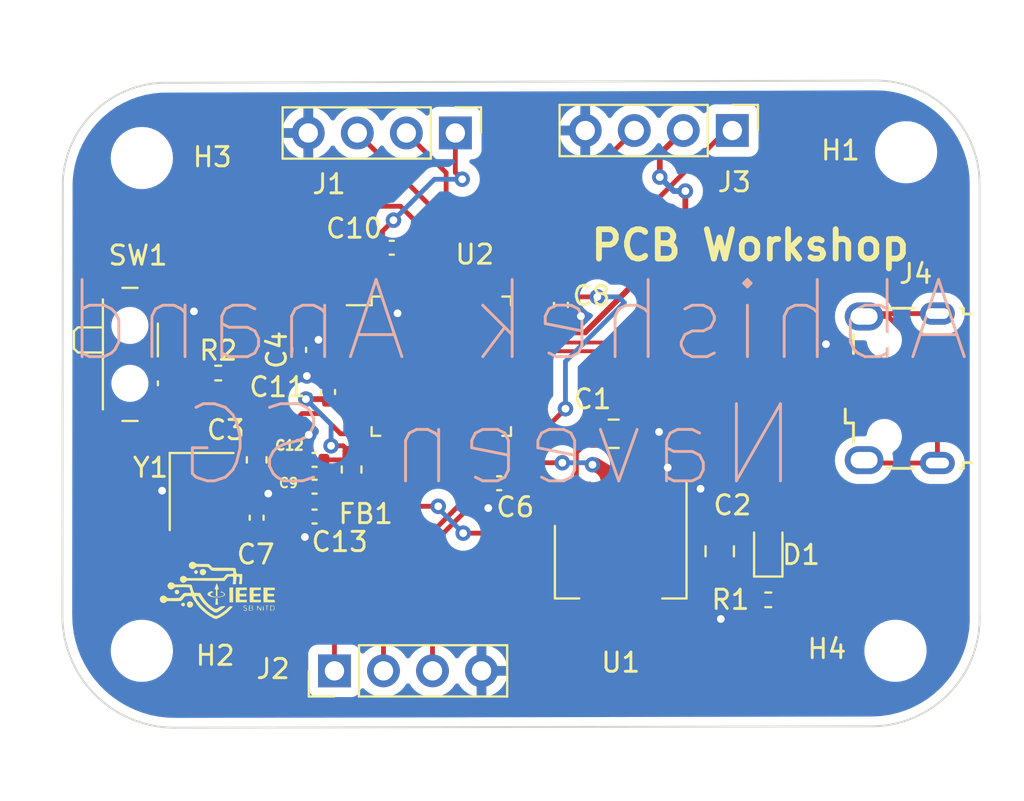
<source format=kicad_pcb>
(kicad_pcb (version 20211014) (generator pcbnew)
  (layers (0 "F.Cu" signal) (31 "B.Cu" power) (34 "B.Paste" user) (35 "F.Paste" user) (36 "B.SilkS" user "B.Silkscreen") (37 "F.SilkS" user "F.Silkscreen") (38 "B.Mask" user) (39 "F.Mask" user) (44 "Edge.Cuts" user))
  (net 0 "")
  (net 1 "VBUS")
  (net 2 "GND")
  (net 3 "+3V3")
  (net 4 "/HSE_IN")
  (net 5 "/NRST")
  (net 6 "/HSE_OUT")
  (net 7 "+3.3VA")
  (net 8 "/pwr_led")
  (net 9 "/USART1_tx")
  (net 10 "/USART1_rx")
  (net 11 "/I2C2_SCL")
  (net 12 "/I2C2_SDA")
  (net 13 "/SWDIO")
  (net 14 "/SWDCLK")
  (net 15 "/USB_D-")
  (net 16 "/USB_D+")
  (net 18 "unconnected-(J4-Pad6)")
  (net 19 "/SW_BOOT")
  (net 20 "/BOOT")
  (footprint "Resistor_SMD:R_0402_1005Metric" (layer "F.Cu") (at 188.01 66.5)
    (fp_text reference "R2" (at 0 -1.17) (layer "F.SilkS"))
    (fp_text value "10k")
    (pad "1" smd roundrect (at -0.51 0) (size 0.54 0.64) (layers "F.Cu" "F.Paste" "F.Mask") (net 19 "/SW_BOOT"))
    (pad "2" smd roundrect (at 0.51 0) (size 0.54 0.64) (layers "F.Cu" "F.Paste" "F.Mask") (net 20 "/BOOT"))
  )
  (footprint "MountingHole:MountingHole_2.2mm_M2" (layer "F.Cu") (at 223.1 80.9)
    (fp_text reference "H4" (at -3.55 -0.1) (layer "F.SilkS"))
    (fp_text value "MountingHole")
    (pad "" np_thru_hole circle (at 0 0) (size 2.2 2.2) (drill 2.2) (layers *.Cu *.Mask))
  )
  (footprint "Button_Switch_SMD:SW_SPDT_PCM12" (layer "F.Cu") (at 183.7614 65.532 -90)
    (fp_text reference "SW1" (at -5.132 -0.0886 180) (layer "F.SilkS"))
    (fp_text value "SW_SPDT")
    (pad "" smd rect (at -3.65 1.43 270) (size 1 0.8) (layers "F.Cu" "F.Paste" "F.Mask"))
    (pad "" smd rect (at 3.65 -0.78 270) (size 1 0.8) (layers "F.Cu" "F.Paste" "F.Mask"))
    (pad "" np_thru_hole circle (at 1.5 0.33 270) (size 0.9 0.9) (drill 0.9) (layers *.Cu *.Mask))
    (pad "" smd rect (at -3.65 -0.78 270) (size 1 0.8) (layers "F.Cu" "F.Paste" "F.Mask"))
    (pad "" smd rect (at 3.65 1.43 270) (size 1 0.8) (layers "F.Cu" "F.Paste" "F.Mask"))
    (pad "" np_thru_hole circle (at -1.5 0.33 270) (size 0.9 0.9) (drill 0.9) (layers *.Cu *.Mask))
    (pad "1" smd rect (at -2.25 -1.43 270) (size 0.7 1.5) (layers "F.Cu" "F.Paste" "F.Mask") (net 2 "GND"))
    (pad "2" smd rect (at 0.75 -1.43 270) (size 0.7 1.5) (layers "F.Cu" "F.Paste" "F.Mask") (net 19 "/SW_BOOT"))
    (pad "3" smd rect (at 2.25 -1.43 270) (size 0.7 1.5) (layers "F.Cu" "F.Paste" "F.Mask") (net 3 "+3V3"))
  )
  (footprint "Capacitor_SMD:C_0603_1608Metric" (layer "F.Cu") (at 190 71 -90)
    (fp_text reference "C3" (at -1.55 1.6 180) (layer "F.SilkS"))
    (fp_text value "10p")
    (pad "1" smd roundrect (at -0.775 0 270) (size 0.9 0.95) (layers "F.Cu" "F.Paste" "F.Mask") (net 4 "/HSE_IN"))
    (pad "2" smd roundrect (at 0.775 0 270) (size 0.9 0.95) (layers "F.Cu" "F.Paste" "F.Mask") (net 2 "GND"))
  )
  (footprint "Capacitor_SMD:C_0402_1005Metric" (layer "F.Cu") (at 193 73.9394 180)
    (fp_text reference "C13" (at -1.3 -1.3106) (layer "F.SilkS"))
    (fp_text value "1u")
    (pad "1" smd roundrect (at -0.48 0 180) (size 0.56 0.62) (layers "F.Cu" "F.Paste" "F.Mask") (net 3 "+3V3"))
    (pad "2" smd roundrect (at 0.48 0 180) (size 0.56 0.62) (layers "F.Cu" "F.Paste" "F.Mask") (net 2 "GND"))
  )
  (footprint "Capacitor_SMD:C_0805_2012Metric" (layer "F.Cu") (at 208.4984 69.6468)
    (fp_text reference "C1" (at -1.0984 -1.7968) (layer "F.SilkS"))
    (fp_text value "22u")
    (pad "1" smd roundrect (at -0.95 0) (size 1 1.45) (layers "F.Cu" "F.Paste" "F.Mask") (net 1 "VBUS"))
    (pad "2" smd roundrect (at 0.95 0) (size 1 1.45) (layers "F.Cu" "F.Paste" "F.Mask") (net 2 "GND"))
  )
  (footprint "Crystal:Crystal_SMD_3225-4Pin_3.2x2.5mm" (layer "F.Cu") (at 187.1472 72.644 -90)
    (fp_text reference "Y1" (at -1.244 2.6472 180) (layer "F.SilkS"))
    (fp_text value "16MHz")
    (pad "1" smd rect (at -1.1 0.85 270) (size 1.4 1.2) (layers "F.Cu" "F.Paste" "F.Mask") (net 4 "/HSE_IN"))
    (pad "2" smd rect (at 1.1 0.85 270) (size 1.4 1.2) (layers "F.Cu" "F.Paste" "F.Mask") (net 2 "GND"))
    (pad "3" smd rect (at 1.1 -0.85 270) (size 1.4 1.2) (layers "F.Cu" "F.Paste" "F.Mask") (net 6 "/HSE_OUT"))
    (pad "4" smd rect (at -1.1 -0.85 270) (size 1.4 1.2) (layers "F.Cu" "F.Paste" "F.Mask") (net 2 "GND"))
  )
  (footprint "Capacitor_SMD:C_0402_1005Metric" (layer "F.Cu") (at 205.7654 62.9666 -90)
    (fp_text reference "C8" (at -0.4666 -1.5846 180) (layer "F.SilkS"))
    (fp_text value "100n")
    (pad "1" smd roundrect (at -0.48 0 270) (size 0.56 0.62) (layers "F.Cu" "F.Paste" "F.Mask") (net 3 "+3V3"))
    (pad "2" smd roundrect (at 0.48 0 270) (size 0.56 0.62) (layers "F.Cu" "F.Paste" "F.Mask") (net 2 "GND"))
  )
  (footprint "Capacitor_SMD:C_0402_1005Metric" (layer "F.Cu") (at 193 72.39 180)
    (fp_text reference "C9" (at 1.35 0.19) (layer "F.SilkS") (effects (font (size 0.5 0.5) (thickness 0.1))))
    (fp_text value "100n")
    (pad "1" smd roundrect (at -0.48 0 180) (size 0.56 0.62) (layers "F.Cu" "F.Paste" "F.Mask") (net 3 "+3V3"))
    (pad "2" smd roundrect (at 0.48 0 180) (size 0.56 0.62) (layers "F.Cu" "F.Paste" "F.Mask") (net 2 "GND"))
  )
  (footprint "Capacitor_SMD:C_0402_1005Metric" (layer "F.Cu") (at 197 60)
    (fp_text reference "C10" (at -1.95 -1 180) (layer "F.SilkS"))
    (fp_text value "100n")
    (pad "1" smd roundrect (at -0.48 0) (size 0.56 0.62) (layers "F.Cu" "F.Paste" "F.Mask") (net 3 "+3V3"))
    (pad "2" smd roundrect (at 0.48 0) (size 0.56 0.62) (layers "F.Cu" "F.Paste" "F.Mask") (net 2 "GND"))
  )
  (footprint "Capacitor_SMD:C_0402_1005Metric" (layer "F.Cu") (at 193 71 180)
    (fp_text reference "C12" (at 1.3 0.75) (layer "F.SilkS") (effects (font (size 0.5 0.5) (thickness 0.125))))
    (fp_text value "1u")
    (pad "1" smd roundrect (at -0.48 0 180) (size 0.56 0.62) (layers "F.Cu" "F.Paste" "F.Mask") (net 7 "+3.3VA"))
    (pad "2" smd roundrect (at 0.48 0 180) (size 0.56 0.62) (layers "F.Cu" "F.Paste" "F.Mask") (net 2 "GND"))
  )
  (footprint "Capacitor_SMD:C_0805_2012Metric" (layer "F.Cu") (at 213.995 75.7428 -90)
    (fp_text reference "C2" (at -2.3928 -0.655 180) (layer "F.SilkS"))
    (fp_text value "22u")
    (pad "1" smd roundrect (at -0.95 0 270) (size 1 1.45) (layers "F.Cu" "F.Paste" "F.Mask") (net 3 "+3V3"))
    (pad "2" smd roundrect (at 0.95 0 270) (size 1 1.45) (layers "F.Cu" "F.Paste" "F.Mask") (net 2 "GND"))
  )
  (footprint "Connector_PinHeader_2.54mm:PinHeader_1x04_P2.54mm_Vertical" (layer "F.Cu") (at 214.6454 53.9242 -90)
    (fp_text reference "J3" (at 2.6758 -0.1046 180) (layer "F.SilkS"))
    (fp_text value "Conn_01x04_Male")
    (pad "1" thru_hole rect (at 0 0 270) (size 1.7 1.7) (drill 1) (layers *.Cu *.Mask) (net 3 "+3V3"))
    (pad "2" thru_hole oval (at 0 2.54 270) (size 1.7 1.7) (drill 1) (layers *.Cu *.Mask) (net 13 "/SWDIO"))
    (pad "3" thru_hole oval (at 0 5.08 270) (size 1.7 1.7) (drill 1) (layers *.Cu *.Mask) (net 14 "/SWDCLK"))
    (pad "4" thru_hole oval (at 0 7.62 270) (size 1.7 1.7) (drill 1) (layers *.Cu *.Mask) (net 2 "GND"))
  )
  (footprint "Capacitor_SMD:C_0402_1005Metric" (layer "F.Cu") (at 193.7 67.48 90)
    (fp_text reference "C11" (at 0.2576 -2.625 180) (layer "F.SilkS"))
    (fp_text value "10n")
    (pad "1" smd roundrect (at -0.48 0 90) (size 0.56 0.62) (layers "F.Cu" "F.Paste" "F.Mask") (net 7 "+3.3VA"))
    (pad "2" smd roundrect (at 0.48 0 90) (size 0.56 0.62) (layers "F.Cu" "F.Paste" "F.Mask") (net 2 "GND"))
  )
  (footprint "Capacitor_SMD:C_0402_1005Metric" (layer "F.Cu") (at 190 74 90)
    (fp_text reference "C7" (at -1.9 -0.05 180) (layer "F.SilkS"))
    (fp_text value "10p")
    (pad "1" smd roundrect (at -0.48 0 90) (size 0.56 0.62) (layers "F.Cu" "F.Paste" "F.Mask") (net 6 "/HSE_OUT"))
    (pad "2" smd roundrect (at 0.48 0 90) (size 0.56 0.62) (layers "F.Cu" "F.Paste" "F.Mask") (net 2 "GND"))
  )
  (footprint "LOGO" (layer "F.Cu") (at 187.95 77.825)
    (fp_text reference "PCB Workshop" (at 27.625 -17.95) (layer "F.SilkS") (effects (font (size 1.524 1.524) (thickness 0.3))))
    (fp_text value "LOGO" hide)
  )
  (footprint "Inductor_SMD:L_0603_1608Metric" (layer "F.Cu") (at 194.9196 71.501 -90)
    (fp_text reference "FB1" (at 2.299 -0.7304 180) (layer "F.SilkS"))
    (fp_text value "120R")
    (pad "1" smd roundrect (at -0.7875 0 270) (size 0.875 0.95) (layers "F.Cu" "F.Paste" "F.Mask") (net 7 "+3.3VA"))
    (pad "2" smd roundrect (at 0.7875 0 270) (size 0.875 0.95) (layers "F.Cu" "F.Paste" "F.Mask") (net 3 "+3V3"))
  )
  (footprint "Capacitor_SMD:C_0402_1005Metric" (layer "F.Cu") (at 202.565 72.2122 180)
    (fp_text reference "C6" (at -0.835 -1.2378) (layer "F.SilkS"))
    (fp_text value "100n")
    (pad "1" smd roundrect (at -0.48 0 180) (size 0.56 0.62) (layers "F.Cu" "F.Paste" "F.Mask") (net 3 "+3V3"))
    (pad "2" smd roundrect (at 0.48 0 180) (size 0.56 0.62) (layers "F.Cu" "F.Paste" "F.Mask") (net 2 "GND"))
  )
  (footprint "Package_QFP:LQFP-48_7x7mm_P0.5mm" (layer "F.Cu") (at 199.5678 66.1416)
    (fp_text reference "U2" (at 1.7322 -5.7916 180) (layer "F.SilkS"))
    (fp_text value "STM32F103C8T6")
    (pad "1" smd roundrect (at -4.1625 -2.75) (size 1.475 0.3) (layers "F.Cu" "F.Paste" "F.Mask") (net 3 "+3V3"))
    (pad "2" smd roundrect (at -4.1625 -2.25) (size 1.475 0.3) (layers "F.Cu" "F.Paste" "F.Mask"))
    (pad "3" smd roundrect (at -4.1625 -1.75) (size 1.475 0.3) (layers "F.Cu" "F.Paste" "F.Mask"))
    (pad "4" smd roundrect (at -4.1625 -1.25) (size 1.475 0.3) (layers "F.Cu" "F.Paste" "F.Mask"))
    (pad "5" smd roundrect (at -4.1625 -0.75) (size 1.475 0.3) (layers "F.Cu" "F.Paste" "F.Mask") (net 4 "/HSE_IN"))
    (pad "6" smd roundrect (at -4.1625 -0.25) (size 1.475 0.3) (layers "F.Cu" "F.Paste" "F.Mask") (net 6 "/HSE_OUT"))
    (pad "7" smd roundrect (at -4.1625 0.25) (size 1.475 0.3) (layers "F.Cu" "F.Paste" "F.Mask") (net 5 "/NRST"))
    (pad "8" smd roundrect (at -4.1625 0.75) (size 1.475 0.3) (layers "F.Cu" "F.Paste" "F.Mask") (net 2 "GND"))
    (pad "9" smd roundrect (at -4.1625 1.25) (size 1.475 0.3) (layers "F.Cu" "F.Paste" "F.Mask") (net 7 "+3.3VA"))
    (pad "10" smd roundrect (at -4.1625 1.75) (size 1.475 0.3) (layers "F.Cu" "F.Paste" "F.Mask"))
    (pad "11" smd roundrect (at -4.1625 2.25) (size 1.475 0.3) (layers "F.Cu" "F.Paste" "F.Mask"))
    (pad "12" smd roundrect (at -4.1625 2.75) (size 1.475 0.3) (layers "F.Cu" "F.Paste" "F.Mask"))
    (pad "13" smd roundrect (at -2.75 4.1625) (size 0.3 1.475) (layers "F.Cu" "F.Paste" "F.Mask"))
    (pad "14" smd roundrect (at -2.25 4.1625) (size 0.3 1.475) (layers "F.Cu" "F.Paste" "F.Mask"))
    (pad "15" smd roundrect (at -1.75 4.1625) (size 0.3 1.475) (layers "F.Cu" "F.Paste" "F.Mask"))
    (pad "16" smd roundrect (at -1.25 4.1625) (size 0.3 1.475) (layers "F.Cu" "F.Paste" "F.Mask"))
    (pad "17" smd roundrect (at -0.75 4.1625) (size 0.3 1.475) (layers "F.Cu" "F.Paste" "F.Mask"))
    (pad "18" smd roundrect (at -0.25 4.1625) (size 0.3 1.475) (layers "F.Cu" "F.Paste" "F.Mask"))
    (pad "19" smd roundrect (at 0.25 4.1625) (size 0.3 1.475) (layers "F.Cu" "F.Paste" "F.Mask"))
    (pad "20" smd roundrect (at 0.75 4.1625) (size 0.3 1.475) (layers "F.Cu" "F.Paste" "F.Mask"))
    (pad "21" smd roundrect (at 1.25 4.1625) (size 0.3 1.475) (layers "F.Cu" "F.Paste" "F.Mask") (net 11 "/I2C2_SCL"))
    (pad "22" smd roundrect (at 1.75 4.1625) (size 0.3 1.475) (layers "F.Cu" "F.Paste" "F.Mask") (net 12 "/I2C2_SDA"))
    (pad "23" smd roundrect (at 2.25 4.1625) (size 0.3 1.475) (layers "F.Cu" "F.Paste" "F.Mask") (net 2 "GND"))
    (pad "24" smd roundrect (at 2.75 4.1625) (size 0.3 1.475) (layers "F.Cu" "F.Paste" "F.Mask") (net 3 "+3V3"))
    (pad "25" smd roundrect (at 4.1625 2.75) (size 1.475 0.3) (layers "F.Cu" "F.Paste" "F.Mask"))
    (pad "26" smd roundrect (at 4.1625 2.25) (size 1.475 0.3) (layers "F.Cu" "F.Paste" "F.Mask"))
    (pad "27" smd roundrect (at 4.1625 1.75) (size 1.475 0.3) (layers "F.Cu" "F.Paste" "F.Mask"))
    (pad "28" smd roundrect (at 4.1625 1.25) (size 1.475 0.3) (layers "F.Cu" "F.Paste" "F.Mask"))
    (pad "29" smd roundrect (at 4.1625 0.75) (size 1.475 0.3) (layers "F.Cu" "F.Paste" "F.Mask"))
    (pad "30" smd roundrect (at 4.1625 0.25) (size 1.475 0.3) (layers "F.Cu" "F.Paste" "F.Mask"))
    (pad "31" smd roundrect (at 4.1625 -0.25) (size 1.475 0.3) (layers "F.Cu" "F.Paste" "F.Mask"))
    (pad "32" smd roundrect (at 4.1625 -0.75) (size 1.475 0.3) (layers "F.Cu" "F.Paste" "F.Mask") (net 15 "/USB_D-"))
    (pad "33" smd roundrect (at 4.1625 -1.25) (size 1.475 0.3) (layers "F.Cu" "F.Paste" "F.Mask") (net 16 "/USB_D+"))
    (pad "34" smd roundrect (at 4.1625 -1.75) (size 1.475 0.3) (layers "F.Cu" "F.Paste" "F.Mask") (net 13 "/SWDIO"))
    (pad "35" smd roundrect (at 4.1625 -2.25) (size 1.475 0.3) (layers "F.Cu" "F.Paste" "F.Mask") (net 2 "GND"))
    (pad "36" smd roundrect (at 4.1625 -2.75) (size 1.475 0.3) (layers "F.Cu" "F.Paste" "F.Mask") (net 3 "+3V3"))
    (pad "37" smd roundrect (at 2.75 -4.1625) (size 0.3 1.475) (layers "F.Cu" "F.Paste" "F.Mask") (net 14 "/SWDCLK"))
    (pad "38" smd roundrect (at 2.25 -4.1625) (size 0.3 1.475) (layers "F.Cu" "F.Paste" "F.Mask"))
    (pad "39" smd roundrect (at 1.75 -4.1625) (size 0.3 1.475) (layers "F.Cu" "F.Paste" "F.Mask"))
    (pad "40" smd roundrect (at 1.25 -4.1625) (size 0.3 1.475) (layers "F.Cu" "F.Paste" "F.Mask"))
    (pad "41" smd roundrect (at 0.75 -4.1625) (size 0.3 1.475) (layers "F.Cu" "F.Paste" "F.Mask"))
    (pad "42" smd roundrect (at 0.25 -4.1625) (size 0.3 1.475) (layers "F.Cu" "F.Paste" "F.Mask") (net 9 "/USART1_tx"))
    (pad "43" smd roundrect (at -0.25 -4.1625) (size 0.3 1.475) (layers "F.Cu" "F.Paste" "F.Mask") (net 10 "/USART1_rx"))
    (pad "44" smd roundrect (at -0.75 -4.1625) (size 0.3 1.475) (layers "F.Cu" "F.Paste" "F.Mask") (net 20 "/BOOT"))
    (pad "45" smd roundrect (at -1.25 -4.1625) (size 0.3 1.475) (layers "F.Cu" "F.Paste" "F.Mask"))
    (pad "46" smd roundrect (at -1.75 -4.1625) (size 0.3 1.475) (layers "F.Cu" "F.Paste" "F.Mask"))
    (pad "47" smd roundrect (at -2.25 -4.1625) (size 0.3 1.475) (layers "F.Cu" "F.Paste" "F.Mask") (net 2 "GND"))
    (pad "48" smd roundrect (at -2.75 -4.1625) (size 0.3 1.475) (layers "F.Cu" "F.Paste" "F.Mask") (net 3 "+3V3"))
  )
  (footprint "Connector_PinHeader_2.54mm:PinHeader_1x04_P2.54mm_Vertical" (layer "F.Cu") (at 200.2944 54.0512 -90)
    (fp_text reference "J1" (at 2.6488 6.5444 180) (layer "F.SilkS"))
    (fp_text value "Conn_01x04_Male")
    (pad "1" thru_hole rect (at 0 0 270) (size 1.7 1.7) (drill 1) (layers *.Cu *.Mask) (net 3 "+3V3"))
    (pad "2" thru_hole oval (at 0 2.54 270) (size 1.7 1.7) (drill 1) (layers *.Cu *.Mask) (net 9 "/USART1_tx"))
    (pad "3" thru_hole oval (at 0 5.08 270) (size 1.7 1.7) (drill 1) (layers *.Cu *.Mask) (net 10 "/USART1_rx"))
    (pad "4" thru_hole oval (at 0 7.62 270) (size 1.7 1.7) (drill 1) (layers *.Cu *.Mask) (net 2 "GND"))
  )
  (footprint "MountingHole:MountingHole_2.2mm_M2" (layer "F.Cu") (at 184.05 55.35)
    (fp_text reference "H3" (at 3.65 -0.05) (layer "F.SilkS"))
    (fp_text value "MountingHole")
    (pad "" np_thru_hole circle (at 0 0) (size 2.2 2.2) (drill 2.2) (layers *.Cu *.Mask))
  )
  (footprint "MountingHole:MountingHole_2.2mm_M2" (layer "F.Cu") (at 223.65 55.05)
    (fp_text reference "H1" (at -3.4 -0.1) (layer "F.SilkS"))
    (fp_text value "MountingHole")
    (pad "" np_thru_hole circle (at 0 0) (size 2.2 2.2) (drill 2.2) (layers *.Cu *.Mask))
  )
  (footprint "Connector_USB:USB_Micro-B_Wuerth_629105150521" (layer "F.Cu") (at 223.3238 67.2896 90)
    (fp_text reference "J4" (at 5.9396 0.8262 180) (layer "F.SilkS"))
    (fp_text value "USB_B_Micro")
    (pad "" np_thru_hole oval (at 2.5 -0.8 90) (size 0.8 0.8) (drill 0.8) (layers *.Cu *.Mask))
    (pad "" np_thru_hole oval (at -2.5 -0.8 90) (size 0.8 0.8) (drill 0.8) (layers *.Cu *.Mask))
    (pad "1" smd rect (at -1.3 -1.9 90) (size 0.45 1.3) (layers "F.Cu" "F.Paste" "F.Mask") (net 1 "VBUS"))
    (pad "2" smd rect (at -0.65 -1.9 90) (size 0.45 1.3) (layers "F.Cu" "F.Paste" "F.Mask") (net 15 "/USB_D-"))
    (pad "3" smd rect (at 0 -1.9 90) (size 0.45 1.3) (layers "F.Cu" "F.Paste" "F.Mask") (net 16 "/USB_D+"))
    (pad "4" smd rect (at 0.65 -1.9 90) (size 0.45 1.3) (layers "F.Cu" "F.Paste" "F.Mask"))
    (pad "5" smd rect (at 1.3 -1.9 90) (size 0.45 1.3) (layers "F.Cu" "F.Paste" "F.Mask") (net 2 "GND"))
    (pad "6" thru_hole oval (at -3.875 1.95 90) (size 1.15 1.8) (drill oval 0.55 1.2) (layers *.Cu *.Mask) (net 18 "unconnected-(J4-Pad6)"))
    (pad "6" thru_hole oval (at 3.725 -1.85 90) (size 1.45 2) (drill oval 0.85 1.4) (layers *.Cu *.Mask) (net 18 "unconnected-(J4-Pad6)"))
    (pad "6" thru_hole oval (at 3.875 1.95 90) (size 1.15 1.8) (drill oval 0.55 1.2) (layers *.Cu *.Mask) (net 18 "unconnected-(J4-Pad6)"))
    (pad "6" thru_hole oval (at -3.725 -1.85 90) (size 1.45 2) (drill oval 0.85 1.4) (layers *.Cu *.Mask) (net 18 "unconnected-(J4-Pad6)"))
  )
  (footprint "Capacitor_SMD:C_0402_1005Metric" (layer "F.Cu") (at 192.2 65.3 90)
    (fp_text reference "C4" (at 0 -1.16 90) (layer "F.SilkS"))
    (fp_text value "100n")
    (pad "1" smd roundrect (at -0.48 0 90) (size 0.56 0.62) (layers "F.Cu" "F.Paste" "F.Mask") (net 5 "/NRST"))
    (pad "2" smd roundrect (at 0.48 0 90) (size 0.56 0.62) (layers "F.Cu" "F.Paste" "F.Mask") (net 2 "GND"))
  )
  (footprint "MountingHole:MountingHole_2.2mm_M2" (layer "F.Cu") (at 184.05 80.9)
    (fp_text reference "H2" (at 3.8 0.25) (layer "F.SilkS"))
    (fp_text value "MountingHole")
    (pad "" np_thru_hole circle (at 0 0) (size 2.2 2.2) (drill 2.2) (layers *.Cu *.Mask))
  )
  (footprint "Package_TO_SOT_SMD:SOT-223-3_TabPin2" (layer "F.Cu") (at 208.8642 76.2762 -90)
    (fp_text reference "U1" (at 5.2324 0 180) (layer "F.SilkS"))
    (fp_text value "AMS1117-3.3")
    (pad "1" smd rect (at -3.15 -2.3 270) (size 2 1.5) (layers "F.Cu" "F.Paste" "F.Mask") (net 2 "GND"))
    (pad "2" smd rect (at 3.15 0 270) (size 2 3.8) (layers "F.Cu" "F.Paste" "F.Mask") (net 3 "+3V3"))
    (pad "2" smd rect (at -3.15 0 270) (size 2 1.5) (layers "F.Cu" "F.Paste" "F.Mask") (net 3 "+3V3"))
    (pad "3" smd rect (at -3.15 2.3 270) (size 2 1.5) (layers "F.Cu" "F.Paste" "F.Mask") (net 1 "VBUS"))
  )
  (footprint "Connector_PinHeader_2.54mm:PinHeader_1x04_P2.54mm_Vertical" (layer "F.Cu") (at 194.0306 81.9404 90)
    (fp_text reference "J2" (at 0.1016 -3.1806 180) (layer "F.SilkS"))
    (fp_text value "Conn_01x04_Male")
    (pad "1" thru_hole rect (at 0 0 90) (size 1.7 1.7) (drill 1) (layers *.Cu *.Mask) (net 3 "+3V3"))
    (pad "2" thru_hole oval (at 0 2.54 90) (size 1.7 1.7) (drill 1) (layers *.Cu *.Mask) (net 11 "/I2C2_SCL"))
    (pad "3" thru_hole oval (at 0 5.08 90) (size 1.7 1.7) (drill 1) (layers *.Cu *.Mask) (net 12 "/I2C2_SDA"))
    (pad "4" thru_hole oval (at 0 7.62 90) (size 1.7 1.7) (drill 1) (layers *.Cu *.Mask) (net 2 "GND"))
  )
  (footprint "Resistor_SMD:R_0402_1005Metric" (layer "F.Cu") (at 216.5096 78.2574 180)
    (fp_text reference "R1" (at 1.9596 0.0074 180) (layer "F.SilkS"))
    (fp_text value "1k5")
    (pad "1" smd roundrect (at -0.51 0 180) (size 0.54 0.64) (layers "F.Cu" "F.Paste" "F.Mask") (net 8 "/pwr_led"))
    (pad "2" smd roundrect (at 0.51 0 180) (size 0.54 0.64) (layers "F.Cu" "F.Paste" "F.Mask") (net 2 "GND"))
  )
  (footprint "LED_SMD:LED_0603_1608Metric" (layer "F.Cu") (at 216.5096 75.565 90)
    (fp_text reference "D1" (at -0.3556 1.7018) (layer "F.SilkS"))
    (fp_text value "blue")
    (pad "1" smd roundrect (at -0.7875 0 90) (size 0.875 0.95) (layers "F.Cu" "F.Paste" "F.Mask") (net 8 "/pwr_led"))
    (pad "2" smd roundrect (at 0.7875 0 90) (size 0.875 0.95) (layers "F.Cu" "F.Paste" "F.Mask") (net 3 "+3V3"))
  )
  (gr_arc (start 179.953678 56.557314) (mid 181.6862 52.8574) (end 185.521574 51.449952) (layer "Edge.Cuts") (width 0.1))
  (gr_arc (start 185.8264 84.8868) (mid 181.663919 83.210363) (end 179.933101 79.0702) (layer "Edge.Cuts") (width 0.1))
  (gr_arc (start 222.0976 51.3334) (mid 225.896238 52.912123) (end 227.45694 56.7182) (layer "Edge.Cuts") (width 0.1))
  (gr_line (start 227.45694 56.7182) (end 227.456999 78.9432) (layer "Edge.Cuts") (width 0.1))
  (gr_line (start 179.933101 79.0702) (end 179.953678 56.557314) (layer "Edge.Cuts") (width 0.1))
  (gr_line (start 222.0976 51.3334) (end 185.521574 51.449952) (layer "Edge.Cuts") (width 0.1))
  (gr_arc (start 227.456999 78.9432) (mid 225.945304 83.037875) (end 221.958722 84.815164) (layer "Edge.Cuts") (width 0.1))
  (gr_line (start 185.8264 84.8868) (end 221.958722 84.815164) (layer "Edge.Cuts") (width 0.1))
  (gr_text "Abhishek Anand \nNaveen SG" (at 202 67.025) (layer "B.SilkS") (effects (font (size 4 4)) (justify mirror)))
  (segment (start 218.4 67.1) (end 219.8896 68.5896) (width 0.25) (layer "F.Cu") (net 1))
  (segment (start 206.5642 73.1262) (end 206.5642 70.631) (width 0.25) (layer "F.Cu") (net 1))
  (segment (start 206.5642 70.631) (end 207.5484 69.6468) (width 0.25) (layer "F.Cu") (net 1))
  (segment (start 207.5484 69.6468) (end 208.6056 68.5896) (width 0.25) (layer "F.Cu") (net 1))
  (segment (start 208.55 68.534) (end 208.55 67.1) (width 0.25) (layer "F.Cu") (net 1))
  (segment (start 208.6056 68.5896) (end 208.55 68.534) (width 0.25) (layer "F.Cu") (net 1))
  (segment (start 219.8896 68.5896) (end 221.4238 68.5896) (width 0.25) (layer "F.Cu") (net 1))
  (segment (start 208.55 67.1) (end 218.4 67.1) (width 0.25) (layer "F.Cu") (net 1))
  (segment (start 185.2094 63.3) (end 185.1914 63.282) (width 0.25) (layer "F.Cu") (net 2))
  (segment (start 190 73.52) (end 190 73.35) (width 0.25) (layer "F.Cu") (net 2))
  (segment (start 219.5 65) (end 220.4342 65) (width 0.25) (layer "F.Cu") (net 2))
  (segment (start 197.3178 63.3822) (end 197.3 63.4) (width 0.3) (layer "F.Cu") (net 2))
  (segment (start 197.3178 61.9791) (end 197.3178 63.3822) (width 0.3) (layer "F.Cu") (net 2))
  (segment (start 193.35 66.65) (end 193.7 67) (width 0.3) (layer "F.Cu") (net 2))
  (segment (start 202.085 73.415) (end 202 73.5) (width 0.25) (layer "F.Cu") (net 2))
  (segment (start 187.9972 71.544) (end 189.769 71.544) (width 0.25) (layer "F.Cu") (net 2))
  (segment (start 192.52 73.9394) (end 192.52 74.98) (width 0.25) (layer "F.Cu") (net 2))
  (segment (start 193.155 64.82) (end 193.2 64.775) (width 0.5) (layer "F.Cu") (net 2))
  (segment (start 202.085 72.2122) (end 202.085 73.415) (width 0.25) (layer "F.Cu") (net 2))
  (segment (start 192.52 71) (end 192.52 72.39) (width 0.25) (layer "F.Cu") (net 2))
  (segment (start 213.995 76.6928) (end 213.995 79.195) (width 0.5) (layer "F.Cu") (net 2))
  (segment (start 197.3178 60.1622) (end 197.48 60) (width 0.3) (layer "F.Cu") (net 2))
  (segment (start 220.4342 65) (end 221.4238 65.9896) (width 0.25) (layer "F.Cu") (net 2))
  (segment (start 197.3178 61.9791) (end 197.3178 60.1622) (width 0.3) (layer "F.Cu") (net 2))
  (segment (start 211.7904 72.5) (end 211.1642 73.1262) (width 0.25) (layer "F.Cu") (net 2))
  (segment (start 185.1532 72.6) (end 186.2972 73.744) (width 0.25) (layer "F.Cu") (net 2))
  (segment (start 190 72.15) (end 190.6 72.75) (width 0.25) (layer "F.Cu") (net 2))
  (segment (start 192.52 74.98) (end 192.5 75) (width 0.25) (layer "F.Cu") (net 2))
  (segment (start 195.4053 66.8916) (end 193.8084 66.8916) (width 0.3) (layer "F.Cu") (net 2))
  (segment (start 213.995 79.195) (end 214.05 79.25) (width 0.5) (layer "F.Cu") (net 2))
  (segment (start 189.769 71.544) (end 190 71.775) (width 0.25) (layer "F.Cu") (net 2))
  (segment (start 205.3204 63.8916) (end 203.7303 63.8916) (width 0.25) (layer "F.Cu") (net 2))
  (segment (start 202.085 72.2122) (end 201.8178 71.945) (width 0.25) (layer "F.Cu") (net 2))
  (segment (start 186.75 63.3) (end 185.2094 63.3) (width 0.25) (layer "F.Cu") (net 2))
  (segment (start 190 71.775) (end 190 72.15) (width 0.25) (layer "F.Cu") (net 2))
  (segment (start 192.2 64.82) (end 193.155 64.82) (width 0.5) (layer "F.Cu") (net 2))
  (segment (start 205.7654 63.4466) (end 206.6966 63.4466) (width 0.25) (layer "F.Cu") (net 2))
  (segment (start 193.8084 66.8916) (end 193.7 67) (width 0.3) (layer "F.Cu") (net 2))
  (segment (start 192.6 66.65) (end 193.35 66.65) (width 0.3) (layer "F.Cu") (net 2))
  (segment (start 201.8178 71.945) (end 201.8178 70.3041) (width 0.25) (layer "F.Cu") (net 2))
  (segment (start 185.1 72.6) (end 185.1532 72.6) (width 0.25) (layer "F.Cu") (net 2))
  (segment (start 190 73.35) (end 190.6 72.75) (width 0.25) (layer "F.Cu") (net 2))
  (segment (start 192.7 70.82) (end 192.52 71) (width 0.25) (layer "F.Cu") (net 2))
  (segment (start 192.7 69.7) (end 192.7 70.82) (width 0.25) (layer "F.Cu") (net 2))
  (segment (start 215.007 79.25) (end 215.9996 78.2574) (width 0.5) (layer "F.Cu") (net 2))
  (segment (start 206.6966 63.4466) (end 206.8 63.55) (width 0.25) (layer "F.Cu") (net 2))
  (segment (start 205.7654 63.4466) (end 205.3204 63.8916) (width 0.25) (layer "F.Cu") (net 2))
  (segment (start 214.05 79.25) (end 215.007 79.25) (width 0.5) (layer "F.Cu") (net 2))
  (via (at 214.05 79.25) (size 0.8) (drill 0.4) (layers "F.Cu" "B.Cu") (net 2))
  (via (at 202 73.5) (size 0.8) (drill 0.4) (layers "F.Cu" "B.Cu") (net 2))
  (via (at 185.1 72.6) (size 0.8) (drill 0.4) (layers "F.Cu" "B.Cu") (net 2))
  (via (at 192.5 75) (size 0.8) (drill 0.4) (layers "F.Cu" "B.Cu") (net 2))
  (via (at 206.8 63.55) (size 0.8) (drill 0.4) (layers "F.Cu" "B.Cu") (net 2))
  (via (at 192.6 66.65) (size 0.8) (drill 0.4) (layers "F.Cu" "B.Cu") (net 2))
  (via (at 193.2 64.775) (size 0.8) (drill 0.4) (layers "F.Cu" "B.Cu") (net 2))
  (via (at 211.3 71.4) (size 0.8) (drill 0.4) (layers "F.Cu" "B.Cu") (net 2))
  (via (at 190.6 72.75) (size 0.8) (drill 0.4) (layers "F.Cu" "B.Cu") (net 2))
  (via (at 186.75 63.3) (size 0.8) (drill 0.4) (layers "F.Cu" "B.Cu") (net 2))
  (via (at 197.3 63.4) (size 0.8) (drill 0.4) (layers "F.Cu" "B.Cu") (net 2))
  (via (at 192.7 69.7) (size 0.8) (drill 0.4) (layers "F.Cu" "B.Cu") (net 2))
  (via (at 219.5 65) (size 0.8) (drill 0.4) (layers "F.Cu" "B.Cu") (net 2))
  (via (at 213 72.5) (size 0.8) (drill 0.4) (layers "F.Cu" "B.Cu") (net 2))
  (via (at 210.85 69.55) (size 0.8) (drill 0.4) (layers "F.Cu" "B.Cu") (net 2))
  (segment (start 214.0103 74.7775) (end 213.995 74.7928) (width 0.25) (layer "F.Cu") (net 3))
  (segment (start 192.57205 73.30488) (end 192.14205 73.30488) (width 0.25) (layer "F.Cu") (net 3))
  (segment (start 196.5 61) (end 196.5 60.02) (width 0.25) (layer "F.Cu") (net 3))
  (segment (start 193.48 73.9394) (end 194.0306 74.49) (width 0.25) (layer "F.Cu") (net 3))
  (segment (start 196.5 60.02) (end 196.52 60) (width 0.25) (layer "F.Cu") (net 3))
  (segment (start 214.3278 53.9242) (end 205.7654 62.4866) (width 0.25) (layer "F.Cu") (net 3))
  (segment (start 203.045 72.2122) (end 203.045 71.0313) (width 0.25) (layer "F.Cu") (net 3))
  (segment (start 196.8178 61.9791) (end 195.4053 63.3916) (width 0.25) (layer "F.Cu") (net 3))
  (segment (start 200.699992 74.799992) (end 203.549992 74.799992) (width 0.25) (layer "F.Cu") (net 3))
  (segment (start 190.34693 75.1) (end 183.05 75.1) (width 0.25) (layer "F.Cu") (net 3))
  (segment (start 214.6454 53.9242) (end 214.3278 53.9242) (width 0.25) (layer "F.Cu") (net 3))
  (segment (start 202.3178 70.3041) (end 204.0459 70.3041) (width 0.25) (layer "F.Cu") (net 3))
  (segment (start 194.8181 72.39) (end 194.9196 72.2885) (width 0.25) (layer "F.Cu") (net 3))
  (segment (start 203.045 72.2122) (end 204.1072 71.15) (width 0.25) (layer "F.Cu") (net 3))
  (segment (start 205.8288 62.55) (end 205.7654 62.4866) (width 0.25) (layer "F.Cu") (net 3))
  (segment (start 196.8178 61.9791) (end 196.8178 61.3178) (width 0.25) (layer "F.Cu") (net 3))
  (segment (start 197 64.15) (end 202.169394 64.15) (width 0.25) (layer "F.Cu") (net 3))
  (segment (start 205.7654 62.4866) (end 204.6353 62.4866) (width 0.25) (layer "F.Cu") (net 3))
  (segment (start 202.169394 64.15) (end 202.927794 63.3916) (width 0.25) (layer "F.Cu") (net 3))
  (segment (start 192.14205 73.30488) (end 190.34693 75.1) (width 0.25) (layer "F.Cu") (net 3))
  (segment (start 196.575489 62.221411) (end 196.575489 63.725489) (width 0.25) (layer "F.Cu") (net 3))
  (segment (start 200.65 56.45) (end 200.2944 56.0944) (width 0.25) (layer "F.Cu") (net 3))
  (segment (start 196.8178 61.9791) (end 196.575489 62.221411) (width 0.25) (layer "F.Cu") (net 3))
  (segment (start 193.48 72.39) (end 194.8181 72.39) (width 0.25) (layer "F.Cu") (net 3))
  (segment (start 194.0306 74.49) (end 194.0306 81.9404) (width 0.25) (layer "F.Cu") (net 3))
  (segment (start 196.575489 63.725489) (end 197 64.15) (width 0.25) (layer "F.Cu") (net 3))
  (segment (start 184.392378 67.782) (end 185.1914 67.782) (width 0.25) (layer "F.Cu") (net 3))
  (segment (start 183.055911 75.094089) (end 183.055911 69.118467) (width 0.25) (layer "F.Cu") (net 3))
  (segment (start 204.0459 70.3041) (end 206 68.35) (width 0.25) (layer "F.Cu") (net 3))
  (segment (start 193.48 72.39693) (end 192.57205 73.30488) (width 0.25) (layer "F.Cu") (net 3))
  (segment (start 203.6 72.7672) (end 203.045 72.2122) (width 0.25) (layer "F.Cu") (net 3))
  (segment (start 202.927794 63.3916) (end 203.7303 63.3916) (width 0.25) (layer "F.Cu") (net 3))
  (segment (start 196.038635 73.407535) (end 199.407535 73.407535) (width 0.25) (layer "F.Cu") (net 3))
  (segment (start 203.549992 74.799992) (end 203.6 74.85) (width 0.25) (layer "F.Cu") (net 3))
  (segment (start 193.48 73.9394) (end 193.48 72.39) (width 0.25) (layer "F.Cu") (net 3))
  (segment (start 200.2944 56.0944) (end 200.2944 54.0512) (width 0.25) (layer "F.Cu") (net 3))
  (segment (start 204.6353 62.4866) (end 203.7303 63.3916) (width 0.25) (layer "F.Cu") (net 3))
  (segment (start 196.8178 61.3178) (end 196.5 61) (width 0.25) (layer "F.Cu") (net 3))
  (segment (start 194.9196 72.2885) (end 196.038635 73.407535) (width 0.25) (layer "F.Cu") (net 3))
  (segment (start 196.52 60) (end 196.52 59.142201) (width 0.25) (layer "F.Cu") (net 3))
  (segment (start 207.65 62.55) (end 205.8288 62.55) (width 0.25) (layer "F.Cu") (net 3))
  (segment (start 193.48 72.39) (end 193.48 72.39693) (width 0.25) (layer "F.Cu") (net 3))
  (segment (start 203.045 71.0313) (end 202.3178 70.3041) (width 0.25) (layer "F.Cu") (net 3))
  (segment (start 196.52 59.142201) (end 197.087701 58.5745) (width 0.25) (layer "F.Cu") (net 3))
  (segment (start 183.055911 69.118467) (end 184.392378 67.782) (width 0.25) (layer "F.Cu") (net 3))
  (segment (start 203.6 74.85) (end 203.6 72.7672) (width 0.25) (layer "F.Cu") (net 3))
  (segment (start 204.1072 71.15) (end 205.8397 71.15) (width 0.25) (layer "F.Cu") (net 3))
  (via (at 197.087701 58.5745) (size 0.8) (drill 0.4) (layers "F.Cu" "B.Cu") (net 3))
  (via (at 200.699992 74.799992) (size 0.8) (drill 0.4) (layers "F.Cu" "B.Cu") (net 3))
  (via (at 207.65 62.55) (size 0.8) (drill 0.4) (layers "F.Cu" "B.Cu") (net 3))
  (via (at 207.4 71.25) (size 0.8) (drill 0.4) (layers "F.Cu" "B.Cu") (net 3))
  (via (at 199.407535 73.407535) (size 0.8) (drill 0.4) (layers "F.Cu" "B.Cu") (net 3))
  (via (at 200.65 56.45) (size 0.8) (drill 0.4) (layers "F.Cu" "B.Cu") (net 3))
  (via (at 206 68.35) (size 0.8) (drill 0.4) (layers "F.Cu" "B.Cu") (net 3))
  (via (at 205.8397 71.15) (size 0.8) (drill 0.4) (layers "F.Cu" "B.Cu") (net 3))
  (segment (start 199.407535 73.407535) (end 199.407535 73.507535) (width 0.25) (layer "B.Cu") (net 3))
  (segment (start 206 65.9) (end 209.05 62.85) (width 0.25) (layer "B.Cu") (net 3))
  (segment (start 205.8397 71.15) (end 207.3 71.15) (width 0.25) (layer "B.Cu") (net 3))
  (segment (start 207.3 71.15) (end 207.4 71.25) (width 0.25) (layer "B.Cu") (net 3))
  (segment (start 197.087701 58.5745) (end 199.212201 56.45) (width 0.25) (layer "B.Cu") (net 3))
  (segment (start 209.05 62.85) (end 208.75 62.55) (width 0.25) (layer "B.Cu") (net 3))
  (segment (start 199.407535 73.507535) (end 200.699992 74.799992) (width 0.25) (layer "B.Cu") (net 3))
  (segment (start 206 68.35) (end 206 65.9) (width 0.25) (layer "B.Cu") (net 3))
  (segment (start 208.75 62.55) (end 207.65 62.55) (width 0.25) (layer "B.Cu") (net 3))
  (segment (start 199.212201 56.45) (end 200.65 56.45) (width 0.25) (layer "B.Cu") (net 3))
  (segment (start 186.2972 71.444) (end 187.5162 70.225) (width 0.25) (layer "F.Cu") (net 4))
  (segment (start 190 65.9) (end 192.1 63.8) (width 0.25) (layer "F.Cu") (net 4))
  (segment (start 192.1 63.8) (end 193.7 63.8) (width 0.25) (layer "F.Cu") (net 4))
  (segment (start 194.567439 65.3916) (end 194.602794 65.3916) (width 0.3) (layer "F.Cu") (net 4))
  (segment (start 194.225 65.049161) (end 194.567439 65.3916) (width 0.3) (layer "F.Cu") (net 4))
  (segment (start 194.602794 65.3916) (end 195.4053 65.3916) (width 0.25) (layer "F.Cu") (net 4))
  (segment (start 190 70.225) (end 190 65.9) (width 0.25) (layer "F.Cu") (net 4))
  (segment (start 194.225 63.9) (end 194.225 65.049161) (width 0.3) (layer "F.Cu") (net 4))
  (segment (start 186.2972 71.544) (end 186.2972 71.444) (width 0.25) (layer "F.Cu") (net 4))
  (segment (start 193.7 63.8) (end 194.125 63.8) (width 0.3) (layer "F.Cu") (net 4))
  (segment (start 194.125 63.8) (end 194.225 63.9) (width 0.3) (layer "F.Cu") (net 4))
  (segment (start 187.5162 70.225) (end 190 70.225) (width 0.25) (layer "F.Cu") (net 4))
  (segment (start 194.3166 66.3916) (end 195.4053 66.3916) (width 0.3) (layer "F.Cu") (net 5))
  (segment (start 192.2 65.78) (end 193.705 65.78) (width 0.3) (layer "F.Cu") (net 5))
  (segment (start 193.705 65.78) (end 194.3166 66.3916) (width 0.3) (layer "F.Cu") (net 5))
  (segment (start 190.00693 74.48) (end 191.91548 72.57145) (width 0.25) (layer "F.Cu") (net 6))
  (segment (start 192.35 68.6) (end 193.3 68.6) (width 0.25) (layer "F.Cu") (net 6))
  (segment (start 196.5 69.099406) (end 196.5 66.183794) (width 0.25) (layer "F.Cu") (net 6))
  (segment (start 188.7332 74.48) (end 190 74.48) (width 0.25) (layer "F.Cu") (net 6))
  (segment (start 191.91548 69.03452) (end 192.35 68.6) (width 0.25) (layer "F.Cu") (net 6))
  (segment (start 196.207806 65.8916) (end 195.4053 65.8916) (width 0.25) (layer "F.Cu") (net 6))
  (segment (start 190 74.48) (end 190.00693 74.48) (width 0.25) (layer "F.Cu") (net 6))
  (segment (start 195.949406 69.65) (end 196.5 69.099406) (width 0.25) (layer "F.Cu") (net 6))
  (segment (start 193.3 68.6) (end 194.35 69.65) (width 0.25) (layer "F.Cu") (net 6))
  (segment (start 196.5 66.183794) (end 196.207806 65.8916) (width 0.25) (layer "F.Cu") (net 6))
  (segment (start 187.9972 73.744) (end 188.7332 74.48) (width 0.25) (layer "F.Cu") (net 6))
  (segment (start 191.91548 72.57145) (end 191.91548 69.03452) (width 0.25) (layer "F.Cu") (net 6))
  (segment (start 194.35 69.65) (end 195.949406 69.65) (width 0.25) (layer "F.Cu") (net 6))
  (segment (start 193.999039 67.96) (end 194.567439 67.3916) (width 0.3) (layer "F.Cu") (net 7))
  (segment (start 194.6331 71) (end 194.9196 70.7135) (width 0.25) (layer "F.Cu") (net 7))
  (segment (start 194.478006 70.271906) (end 194.9196 70.7135) (width 0.25) (layer "F.Cu") (net 7))
  (segment (start 194.567439 67.3916) (end 195.4053 67.3916) (width 0.3) (layer "F.Cu") (net 7))
  (segment (start 193.854249 70.271906) (end 194.478006 70.271906) (width 0.25) (layer "F.Cu") (net 7))
  (segment (start 192.7624 67.6376) (end 192.55 67.85) (width 0.25) (layer "F.Cu") (net 7))
  (segment (start 193.59 67.85) (end 193.7 67.96) (width 0.3) (layer "F.Cu") (net 7))
  (segment (start 193.48 71) (end 194.6331 71) (width 0.25) (layer "F.Cu") (net 7))
  (segment (start 192.55 67.85) (end 193.59 67.85) (width 0.3) (layer "F.Cu") (net 7))
  (segment (start 193.7 67.96) (end 193.999039 67.96) (width 0.3) (layer "F.Cu") (net 7))
  (via (at 192.55 67.85) (size 0.8) (drill 0.4) (layers "F.Cu" "B.Cu") (net 7))
  (via (at 193.854249 70.271906) (size 0.8) (drill 0.4) (layers "F.Cu" "B.Cu") (net 7))
  (segment (start 192.55 67.85) (end 193.854249 69.154249) (width 0.25) (layer "B.Cu") (net 7))
  (segment (start 193.854249 69.154249) (end 193.854249 70.271906) (width 0.25) (layer "B.Cu") (net 7))
  (segment (start 217.0196 76.8625) (end 217.0196 78.2574) (width 0.5) (layer "F.Cu") (net 8))
  (segment (start 216.5096 76.3525) (end 217.0196 76.8625) (width 0.5) (layer "F.Cu") (net 8))
  (segment (start 199.8178 56.1146) (end 197.7544 54.0512) (width 0.25) (layer "F.Cu") (net 9))
  (segment (start 199.8178 61.9791) (end 199.8178 56.1146) (width 0.25) (layer "F.Cu") (net 9))
  (segment (start 199.3178 61.9791) (end 199.3178 58.1546) (width 0.25) (layer "F.Cu") (net 10))
  (segment (start 199.3178 58.1546) (end 195.2144 54.0512) (width 0.25) (layer "F.Cu") (net 10))
  (segment (start 196.5706 77.269068) (end 196.5706 81.9404) (width 0.25) (layer "F.Cu") (net 11))
  (segment (start 200.8178 70.3041) (end 200.8178 73.021868) (width 0.25) (layer "F.Cu") (net 11))
  (segment (start 200.8178 73.021868) (end 196.5706 77.269068) (width 0.25) (layer "F.Cu") (net 11))
  (segment (start 199.1106 75.364786) (end 199.1106 81.9404) (width 0.25) (layer "F.Cu") (net 12))
  (segment (start 201.3178 70.3041) (end 201.3178 73.157586) (width 0.25) (layer "F.Cu") (net 12))
  (segment (start 201.3178 73.157586) (end 199.1106 75.364786) (width 0.25) (layer "F.Cu") (net 12))
  (segment (start 212.213299 59.196671) (end 212.213299 57.063299) (width 0.3) (layer "F.Cu") (net 13))
  (segment (start 210.8887 55.1409) (end 212.1054 53.9242) (width 0.3) (layer "F.Cu") (net 13))
  (segment (start 212.1054 53.9242) (end 211.895194 53.9242) (width 0.25) (layer "F.Cu") (net 13))
  (segment (start 207.01837 64.3916) (end 212.213299 59.196671) (width 0.3) (layer "F.Cu") (net 13))
  (segment (start 210.8887 56.3387) (end 210.8887 55.1409) (width 0.3) (layer "F.Cu") (net 13))
  (segment (start 203.7303 64.3916) (end 207.01837 64.3916) (width 0.3) (layer "F.Cu") (net 13))
  (via (at 212.213299 57.063299) (size 0.8) (drill 0.4) (layers "F.Cu" "B.Cu") (net 13))
  (via (at 210.8887 56.3387) (size 0.8) (drill 0.4) (layers "F.Cu" "B.Cu") (net 13))
  (segment (start 211.613299 57.063299) (end 210.8887 56.3387) (width 0.3) (layer "B.Cu") (net 13))
  (segment (start 212.213299 57.063299) (end 211.613299 57.063299) (width 0.3) (layer "B.Cu") (net 13))
  (segment (start 202.3178 61.9791) (end 202.3178 61.1718) (width 0.25) (layer "F.Cu") (net 14))
  (segment (start 202.3178 61.1718) (end 209.5654 53.9242) (width 0.25) (layer "F.Cu") (net 14))
  (segment (start 203.7303 65.3916) (end 203.755299 65.366601) (width 0.2) (layer "F.Cu") (net 15))
  (segment (start 220.487906 67.814111) (end 221.298311 67.814111) (width 0.2) (layer "F.Cu") (net 15))
  (segment (start 203.755299 65.366601) (end 218.040396 65.366601) (width 0.2) (layer "F.Cu") (net 15))
  (segment (start 218.040396 65.366601) (end 220.487906 67.814111) (width 0.2) (layer "F.Cu") (net 15))
  (segment (start 221.298311 67.814111) (end 221.4238 67.9396) (width 0.2) (layer "F.Cu") (net 15))
  (segment (start 218.226777 64.916599) (end 220.599778 67.2896) (width 0.2) (layer "F.Cu") (net 16))
  (segment (start 220.599778 67.2896) (end 221.4238 67.2896) (width 0.2) (layer "F.Cu") (net 16))
  (segment (start 203.7303 64.8916) (end 203.755299 64.916599) (width 0.2) (layer "F.Cu") (net 16))
  (segment (start 203.755299 64.916599) (end 218.226777 64.916599) (width 0.2) (layer "F.Cu") (net 16))
  (segment (start 225.2738 71.1646) (end 221.6238 71.1646) (width 0.25) (layer "F.Cu") (net 18))
  (segment (start 221.4738 63.5646) (end 222.7238 63.5646) (width 0.25) (layer "F.Cu") (net 18))
  (segment (start 225.2738 66.1146) (end 225.2738 71.1646) (width 0.25) (layer "F.Cu") (net 18))
  (segment (start 222.7238 63.5646) (end 225.2738 66.1146) (width 0.25) (layer "F.Cu") (net 18))
  (segment (start 221.6238 71.1646) (end 221.4738 71.0146) (width 0.25) (layer "F.Cu") (net 18))
  (segment (start 221.6238 63.4146) (end 221.4738 63.5646) (width 0.25) (layer "F.Cu") (net 18))
  (segment (start 225.2738 63.4146) (end 221.6238 63.4146) (width 0.25) (layer "F.Cu") (net 18))
  (segment (start 185.1914 66.282) (end 187.282 66.282) (width 0.25) (layer "F.Cu") (net 19))
  (segment (start 187.282 66.282) (end 187.5 66.5) (width 0.25) (layer "F.Cu") (net 19))
  (segment (start 193.7 57.85) (end 197.45 57.85) (width 0.25) (layer "F.Cu") (net 20))
  (segment (start 197.45 57.85) (end 198.8178 59.2178) (width 0.25) (layer "F.Cu") (net 20))
  (segment (start 188.52 66.5) (end 193.7 61.32) (width 0.25) (layer "F.Cu") (net 20))
  (segment (start 193.7 61.32) (end 193.7 57.85) (width 0.25) (layer "F.Cu") (net 20))
  (segment (start 198.8178 59.2178) (end 198.8178 61.9791) (width 0.25) (layer "F.Cu") (net 20))
  (zone (net 3) (net_name "+3V3") (layer "F.Cu") (connect_pads yes (clearance 0.508)) (min_thickness 0.254) (fill yes (thermal_gap 0.508) (thermal_bridge_width 0.508))
    (polygon (pts (xy 209.625 72.1) (xy 209.65 74.25) (xy 211.15 80.55) (xy 206.85 80.6) (xy 206.5 78.7) (xy 208.025 77.55) (xy 208.025 74.225) (xy 208 72.225) (xy 206.975 71.45) (xy 206.925 71.05) (xy 207.225 70.85) (xy 207.425 70.75)))
  )
  (zone (net 2) (net_name "GND") (layer "F.Cu") (connect_pads yes (clearance 0.508)) (min_thickness 0.254) (fill yes (thermal_gap 0.508) (thermal_bridge_width 0.508))
    (polygon (pts (xy 211.175 68.925) (xy 211.975 70.725) (xy 213.625 72.5) (xy 211.975 74.225) (xy 210.4 74.225) (xy 210.4 72.075) (xy 208.9 70.3) (xy 208.9 69.275) (xy 208.95 68.925) (xy 209.175 68.875)))
  )
  (zone (net 2) (net_name "GND") (layer "B.Cu") (connect_pads (clearance 0.508)) (min_thickness 0.254) (fill yes (thermal_gap 0.508) (thermal_bridge_width 0.508))
    (polygon (pts (xy 229.7 87.7) (xy 176.7 87.6) (xy 176.7 49.1) (xy 229.7 49.05)))
  )
)
</source>
